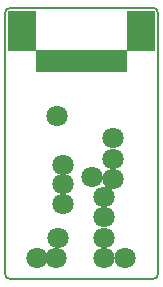
<source format=gts>
%TF.GenerationSoftware,KiCad,Pcbnew,(6.0.0-rc1-dev-1-g01c5bdfb8)*%
%TF.CreationDate,2019-02-26T15:43:23+01:00*%
%TF.ProjectId,printhead_connector,7072696E74686561645F636F6E6E6563,rev?*%
%TF.SameCoordinates,Original*%
%TF.FileFunction,Soldermask,Top*%
%TF.FilePolarity,Negative*%
%FSLAX46Y46*%
G04 Gerber Fmt 4.6, Leading zero omitted, Abs format (unit mm)*
G04 Created by KiCad (PCBNEW (6.0.0-rc1-dev-1-g01c5bdfb8)) date Tue Feb 26 15:43:23 2019*
%MOMM*%
%LPD*%
G01*
G04 APERTURE LIST*
%ADD10C,0.150000*%
%ADD11C,1.800000*%
%ADD12R,2.400000X3.400000*%
%ADD13R,0.700000X1.850000*%
G04 APERTURE END LIST*
D10*
X93500000Y-85500000D02*
G75*
G02X94000000Y-85000000I500000J0D01*
G01*
X106000000Y-85000000D02*
G75*
G02X106500000Y-85500000I0J-500000D01*
G01*
X106500000Y-107500000D02*
G75*
G02X106000000Y-108000000I-500000J0D01*
G01*
X94000000Y-108000000D02*
G75*
G02X93500000Y-107500000I0J500000D01*
G01*
X93500000Y-107500000D02*
X93500000Y-85500000D01*
X106000000Y-108000000D02*
X94000000Y-108000000D01*
X106500000Y-85500000D02*
X106500000Y-107500000D01*
X94000000Y-85000000D02*
X106000000Y-85000000D01*
D11*
X103690000Y-106200000D03*
X101940000Y-106200000D03*
X101860000Y-104480000D03*
X101860000Y-102700000D03*
X101860000Y-101000000D03*
X100880000Y-99300000D03*
X102700000Y-99500000D03*
X102700000Y-97800000D03*
X102700000Y-96000000D03*
X97950000Y-94200000D03*
X98390000Y-98300000D03*
X98390000Y-99940000D03*
X98390000Y-101650000D03*
X98030000Y-104480000D03*
X97870000Y-106200000D03*
X96200000Y-106200000D03*
D12*
X95000000Y-87000000D03*
X105000000Y-87000000D03*
D13*
X96500000Y-89500000D03*
X97000000Y-89500000D03*
X97500000Y-89500000D03*
X98000000Y-89500000D03*
X98500000Y-89500000D03*
X99000000Y-89500000D03*
X99500000Y-89500000D03*
X100000000Y-89500000D03*
X100500000Y-89500000D03*
X101000000Y-89500000D03*
X101500000Y-89500000D03*
X102000000Y-89500000D03*
X102500000Y-89500000D03*
X103000000Y-89500000D03*
X103500000Y-89500000D03*
M02*

</source>
